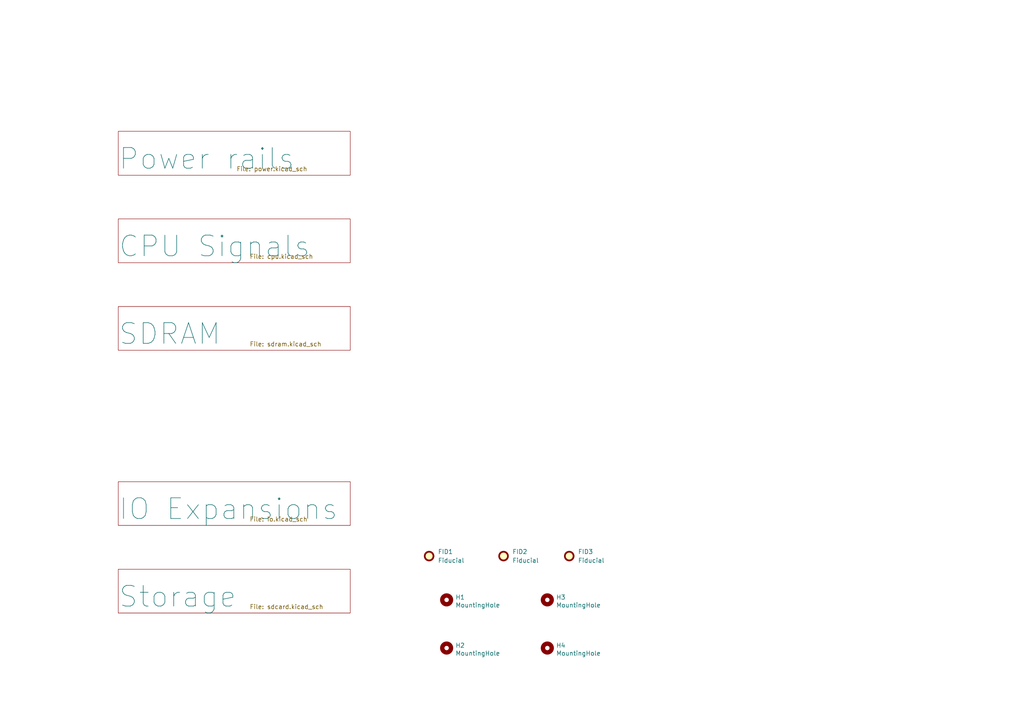
<source format=kicad_sch>
(kicad_sch (version 20211123) (generator eeschema)
  (paper "A4")
  (title_block (title "SAM9G20 SBC") (date "2021-11-28") (rev "0.1") (company "vd-rd"))
  (lib_symbols
    (symbol "Mechanical:Fiducial"
      (property "Reference" "FID" (at 0 5.08 0))
      (property "Value" "Fiducial" (at 0 3.175 0))
      (symbol "Fiducial_0_1"
        (circle (center 0 0) (radius 1.27) (stroke (width 0.508)) (fill (type background)))
      )
    )
    (symbol "Mechanical:MountingHole" (pin_names (offset 1.016))
      (property "Reference" "H" (at 0 5.08 0))
      (property "Value" "MountingHole" (at 0 3.175 0))
      (symbol "MountingHole_0_1"
        (circle (center 0 0) (radius 1.27) (stroke (width 1.27)))
      )
    )
  )
  (symbol (lib_id "Mechanical:MountingHole") (at 129.54 187.96 0) (unit 1)
    (property "Reference" "H2" (at 132.0801 187.1991 0) (effects (justify left)))
    (property "Value" "MountingHole" (at 132.0801 189.4978 0) (effects (justify left)))
    (property "Footprint" "MountingHole:MountingHole_2.7mm_M2.5_DIN965" (effects hide))
  )
  (symbol (lib_id "Mechanical:Fiducial") (at 124.46 161.29 0) (unit 1)
    (property "Reference" "FID1" (at 127 160.0199 0) (effects (justify left)))
    (property "Value" "Fiducial" (at 127 162.5599 0) (effects (justify left)))
    (property "Footprint" "Fiducial:Fiducial_0.75mm_Mask1.5mm" (effects hide))
  )
  (symbol (lib_id "Mechanical:Fiducial") (at 165.1 161.29 0) (unit 1)
    (property "Reference" "FID3" (at 167.64 160.0199 0) (effects (justify left)))
    (property "Value" "Fiducial" (at 167.64 162.5599 0) (effects (justify left)))
    (property "Footprint" "Fiducial:Fiducial_0.75mm_Mask1.5mm" (effects hide))
  )
  (symbol (lib_id "Mechanical:Fiducial") (at 146.05 161.29 0) (unit 1)
    (property "Reference" "FID2" (at 148.59 160.0199 0) (effects (justify left)))
    (property "Value" "Fiducial" (at 148.59 162.5599 0) (effects (justify left)))
    (property "Footprint" "Fiducial:Fiducial_0.75mm_Mask1.5mm" (effects hide))
  )
  (symbol (lib_id "Mechanical:MountingHole") (at 158.75 173.99 0) (unit 1)
    (property "Reference" "H3" (at 161.2901 173.2291 0) (effects (justify left)))
    (property "Value" "MountingHole" (at 161.2901 175.5278 0) (effects (justify left)))
    (property "Footprint" "MountingHole:MountingHole_2.7mm_M2.5_DIN965" (effects hide))
  )
  (symbol (lib_id "Mechanical:MountingHole") (at 158.75 187.96 0) (unit 1)
    (property "Reference" "H4" (at 161.2901 187.1991 0) (effects (justify left)))
    (property "Value" "MountingHole" (at 161.2901 189.4978 0) (effects (justify left)))
    (property "Footprint" "MountingHole:MountingHole_2.7mm_M2.5_DIN965" (effects hide))
  )
  (symbol (lib_id "Mechanical:MountingHole") (at 129.54 173.99 0) (unit 1)
    (property "Reference" "H1" (at 132.0801 173.2291 0) (effects (justify left)))
    (property "Value" "MountingHole" (at 132.0801 175.5278 0) (effects (justify left)))
    (property "Footprint" "MountingHole:MountingHole_2.7mm_M2.5_DIN965" (effects hide))
  )
  (sheet (at 34.29 139.7) (size 67.31 12.7) (stroke (width 0.0006))
    (property "Sheet name" "IO Expansions" (at 34.29 151.13 0) (effects (font (size 6 6)) (justify left bottom)))
    (property "Sheet file" "io.kicad_sch" (at 72.39 149.86 0) (effects (justify left top)))
  )
  (sheet (at 34.29 165.1) (size 67.31 12.7) (stroke (width 0.0006))
    (property "Sheet name" "Storage" (at 34.29 176.53 0) (effects (font (size 6 6)) (justify left bottom)))
    (property "Sheet file" "sdcard.kicad_sch" (at 72.39 175.26 0) (effects (justify left top)))
  )
  (sheet (at 34.29 88.9) (size 67.31 12.7) (stroke (width 0.0006))
    (property "Sheet name" "SDRAM" (at 34.29 100.33 0) (effects (font (size 6 6)) (justify left bottom)))
    (property "Sheet file" "sdram.kicad_sch" (at 72.39 99.06 0) (effects (justify left top)))
  )
  (sheet (at 34.29 38.1) (size 67.31 12.7) (stroke (width 0.0006))
    (property "Sheet name" "Power rails" (at 34.29 49.53 0) (effects (font (size 6 6)) (justify left bottom)))
    (property "Sheet file" "power.kicad_sch" (at 68.58 48.26 0) (effects (justify left top)))
  )
  (sheet (at 34.29 63.5) (size 67.31 12.7) (stroke (width 0.0006))
    (property "Sheet name" "CPU Signals" (at 34.29 74.93 0) (effects (font (size 6 6)) (justify left bottom)))
    (property "Sheet file" "cpu.kicad_sch" (at 72.39 73.66 0) (effects (justify left top)))
  )
)
</source>
